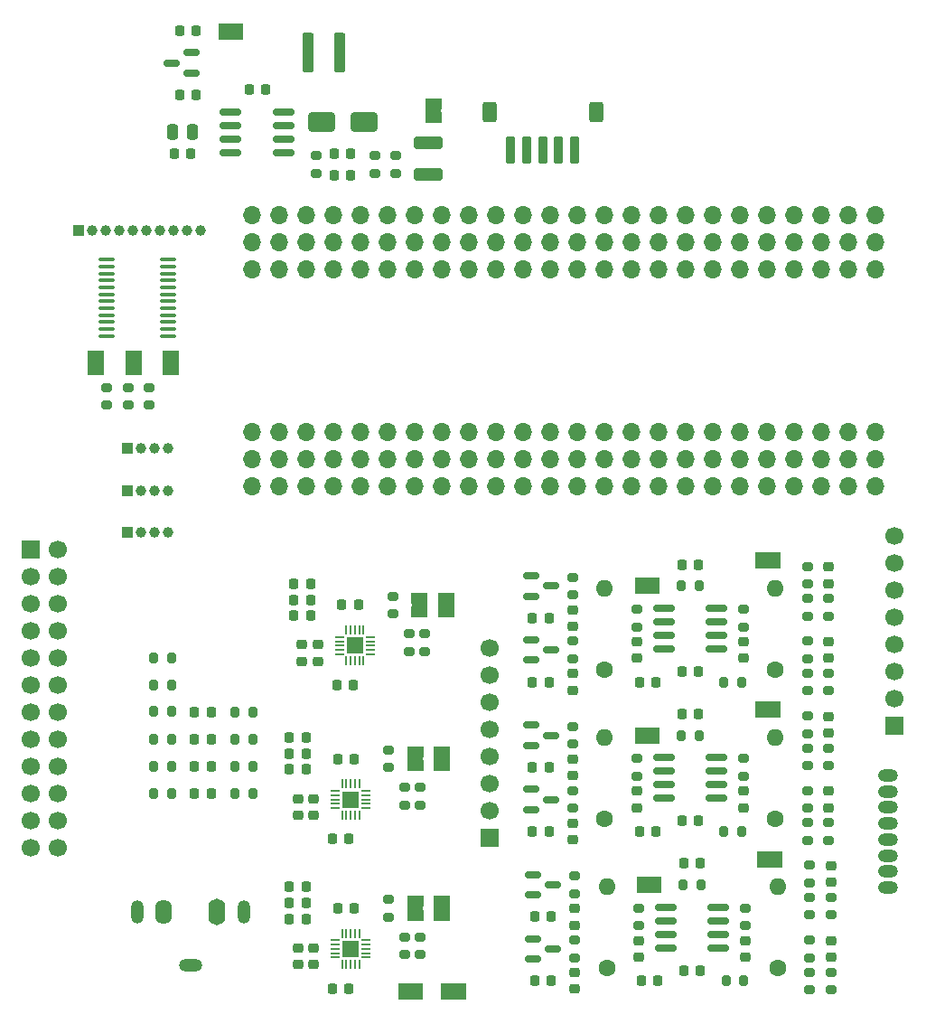
<source format=gbr>
%TF.GenerationSoftware,KiCad,Pcbnew,9.0.1*%
%TF.CreationDate,2025-05-02T15:15:57+01:00*%
%TF.ProjectId,body2,626f6479-322e-46b6-9963-61645f706362,rev?*%
%TF.SameCoordinates,Original*%
%TF.FileFunction,Soldermask,Top*%
%TF.FilePolarity,Negative*%
%FSLAX46Y46*%
G04 Gerber Fmt 4.6, Leading zero omitted, Abs format (unit mm)*
G04 Created by KiCad (PCBNEW 9.0.1) date 2025-05-02 15:15:57*
%MOMM*%
%LPD*%
G01*
G04 APERTURE LIST*
G04 Aperture macros list*
%AMRoundRect*
0 Rectangle with rounded corners*
0 $1 Rounding radius*
0 $2 $3 $4 $5 $6 $7 $8 $9 X,Y pos of 4 corners*
0 Add a 4 corners polygon primitive as box body*
4,1,4,$2,$3,$4,$5,$6,$7,$8,$9,$2,$3,0*
0 Add four circle primitives for the rounded corners*
1,1,$1+$1,$2,$3*
1,1,$1+$1,$4,$5*
1,1,$1+$1,$6,$7*
1,1,$1+$1,$8,$9*
0 Add four rect primitives between the rounded corners*
20,1,$1+$1,$2,$3,$4,$5,0*
20,1,$1+$1,$4,$5,$6,$7,0*
20,1,$1+$1,$6,$7,$8,$9,0*
20,1,$1+$1,$8,$9,$2,$3,0*%
G04 Aperture macros list end*
%ADD10RoundRect,0.225000X-0.225000X-0.250000X0.225000X-0.250000X0.225000X0.250000X-0.225000X0.250000X0*%
%ADD11RoundRect,0.200000X-0.200000X-0.275000X0.200000X-0.275000X0.200000X0.275000X-0.200000X0.275000X0*%
%ADD12RoundRect,0.225000X-0.250000X0.225000X-0.250000X-0.225000X0.250000X-0.225000X0.250000X0.225000X0*%
%ADD13RoundRect,0.200000X0.275000X-0.200000X0.275000X0.200000X-0.275000X0.200000X-0.275000X-0.200000X0*%
%ADD14R,1.500000X1.000000*%
%ADD15RoundRect,0.225000X0.225000X0.250000X-0.225000X0.250000X-0.225000X-0.250000X0.225000X-0.250000X0*%
%ADD16RoundRect,0.250000X0.250000X0.475000X-0.250000X0.475000X-0.250000X-0.475000X0.250000X-0.475000X0*%
%ADD17RoundRect,0.150000X-0.587500X-0.150000X0.587500X-0.150000X0.587500X0.150000X-0.587500X0.150000X0*%
%ADD18RoundRect,0.200000X0.200000X0.275000X-0.200000X0.275000X-0.200000X-0.275000X0.200000X-0.275000X0*%
%ADD19R,1.000000X1.500000*%
%ADD20R,1.000000X1.000000*%
%ADD21C,1.000000*%
%ADD22RoundRect,0.200000X-0.275000X0.200000X-0.275000X-0.200000X0.275000X-0.200000X0.275000X0.200000X0*%
%ADD23RoundRect,0.218750X0.218750X0.256250X-0.218750X0.256250X-0.218750X-0.256250X0.218750X-0.256250X0*%
%ADD24RoundRect,0.225000X0.250000X-0.225000X0.250000X0.225000X-0.250000X0.225000X-0.250000X-0.225000X0*%
%ADD25RoundRect,0.250000X-1.100000X0.325000X-1.100000X-0.325000X1.100000X-0.325000X1.100000X0.325000X0*%
%ADD26C,1.600000*%
%ADD27O,1.600000X1.600000*%
%ADD28RoundRect,0.150000X-0.825000X-0.150000X0.825000X-0.150000X0.825000X0.150000X-0.825000X0.150000X0*%
%ADD29O,1.700000X1.700000*%
%ADD30RoundRect,0.050000X-0.375000X-0.050000X0.375000X-0.050000X0.375000X0.050000X-0.375000X0.050000X0*%
%ADD31RoundRect,0.050000X-0.050000X-0.375000X0.050000X-0.375000X0.050000X0.375000X-0.050000X0.375000X0*%
%ADD32R,1.650000X1.650000*%
%ADD33RoundRect,0.150000X0.587500X0.150000X-0.587500X0.150000X-0.587500X-0.150000X0.587500X-0.150000X0*%
%ADD34O,1.200000X2.200000*%
%ADD35O,1.600000X2.300000*%
%ADD36O,2.200000X1.200000*%
%ADD37O,1.600000X2.500000*%
%ADD38RoundRect,0.100000X-0.637500X-0.100000X0.637500X-0.100000X0.637500X0.100000X-0.637500X0.100000X0*%
%ADD39R,1.700000X1.700000*%
%ADD40C,1.700000*%
%ADD41O,1.870000X1.170000*%
%ADD42RoundRect,0.250000X-1.000000X-0.650000X1.000000X-0.650000X1.000000X0.650000X-1.000000X0.650000X0*%
%ADD43RoundRect,0.250000X-0.300000X-1.600000X0.300000X-1.600000X0.300000X1.600000X-0.300000X1.600000X0*%
%ADD44RoundRect,0.212500X0.212500X1.087500X-0.212500X1.087500X-0.212500X-1.087500X0.212500X-1.087500X0*%
%ADD45RoundRect,0.216667X0.433333X0.733333X-0.433333X0.733333X-0.433333X-0.733333X0.433333X-0.733333X0*%
G04 APERTURE END LIST*
%TO.C,JP19*%
G36*
X141000000Y-60650000D02*
G01*
X142500000Y-60650000D01*
X142500000Y-60350000D01*
X141000000Y-60350000D01*
X141000000Y-60650000D01*
G37*
%TO.C,JP2*%
G36*
X114437500Y-83924999D02*
G01*
X112937500Y-83924999D01*
X112937500Y-84224999D01*
X114437500Y-84224999D01*
X114437500Y-83924999D01*
G37*
%TO.C,JP11*%
G36*
X173125000Y-129850000D02*
G01*
X173425000Y-129850000D01*
X173425000Y-131350000D01*
X173125000Y-131350000D01*
X173125000Y-129850000D01*
G37*
%TO.C,JP12*%
G36*
X139710000Y-106940000D02*
G01*
X141210000Y-106940000D01*
X141210000Y-106640000D01*
X139710000Y-106640000D01*
X139710000Y-106940000D01*
G37*
%TO.C,JP18*%
G36*
X122600000Y-52350000D02*
G01*
X122900000Y-52350000D01*
X122900000Y-53850000D01*
X122600000Y-53850000D01*
X122600000Y-52350000D01*
G37*
%TO.C,JP6*%
G36*
X161675000Y-104250000D02*
G01*
X161975000Y-104250000D01*
X161975000Y-105750000D01*
X161675000Y-105750000D01*
X161675000Y-104250000D01*
G37*
%TO.C,JP4*%
G36*
X143500000Y-142250000D02*
G01*
X143800000Y-142250000D01*
X143800000Y-143750000D01*
X143500000Y-143750000D01*
X143500000Y-142250000D01*
G37*
%TO.C,JP16*%
G36*
X139300000Y-135350000D02*
G01*
X140800000Y-135350000D01*
X140800000Y-135050000D01*
X139300000Y-135050000D01*
X139300000Y-135350000D01*
G37*
%TO.C,JP17*%
G36*
X141800000Y-135350000D02*
G01*
X143300000Y-135350000D01*
X143300000Y-135050000D01*
X141800000Y-135050000D01*
X141800000Y-135350000D01*
G37*
%TO.C,JP7*%
G36*
X172950000Y-101850000D02*
G01*
X173250000Y-101850000D01*
X173250000Y-103350000D01*
X172950000Y-103350000D01*
X172950000Y-101850000D01*
G37*
%TO.C,JP5*%
G36*
X139500000Y-142250000D02*
G01*
X139800000Y-142250000D01*
X139800000Y-143750000D01*
X139500000Y-143750000D01*
X139500000Y-142250000D01*
G37*
%TO.C,JP14*%
G36*
X139300000Y-121350000D02*
G01*
X140800000Y-121350000D01*
X140800000Y-121050000D01*
X139300000Y-121050000D01*
X139300000Y-121350000D01*
G37*
%TO.C,JP3*%
G36*
X117887500Y-83924999D02*
G01*
X116387500Y-83924999D01*
X116387500Y-84224999D01*
X117887500Y-84224999D01*
X117887500Y-83924999D01*
G37*
%TO.C,JP1*%
G36*
X110887500Y-83925000D02*
G01*
X109387500Y-83925000D01*
X109387500Y-84225000D01*
X110887500Y-84225000D01*
X110887500Y-83925000D01*
G37*
%TO.C,JP9*%
G36*
X172950000Y-115850000D02*
G01*
X173250000Y-115850000D01*
X173250000Y-117350000D01*
X172950000Y-117350000D01*
X172950000Y-115850000D01*
G37*
%TO.C,JP8*%
G36*
X161675000Y-118250000D02*
G01*
X161975000Y-118250000D01*
X161975000Y-119750000D01*
X161675000Y-119750000D01*
X161675000Y-118250000D01*
G37*
%TO.C,JP13*%
G36*
X142210000Y-106940000D02*
G01*
X143710000Y-106940000D01*
X143710000Y-106640000D01*
X142210000Y-106640000D01*
X142210000Y-106940000D01*
G37*
%TO.C,JP15*%
G36*
X141800000Y-121350000D02*
G01*
X143300000Y-121350000D01*
X143300000Y-121050000D01*
X141800000Y-121050000D01*
X141800000Y-121350000D01*
G37*
%TO.C,JP10*%
G36*
X161850000Y-132250000D02*
G01*
X162150000Y-132250000D01*
X162150000Y-133750000D01*
X161850000Y-133750000D01*
X161850000Y-132250000D01*
G37*
%TD*%
D10*
%TO.C,C26*%
X151050000Y-128000000D03*
X152600000Y-128000000D03*
%TD*%
D11*
%TO.C,R10*%
X115570000Y-116760000D03*
X117220000Y-116760000D03*
%TD*%
D12*
%TO.C,C13*%
X154825000Y-113225000D03*
X154825000Y-114775000D03*
%TD*%
D13*
%TO.C,R57*%
X140960000Y-111115000D03*
X140960000Y-109465000D03*
%TD*%
D14*
%TO.C,JP19*%
X141750000Y-61150000D03*
X141750000Y-59850000D03*
%TD*%
D15*
%TO.C,C39*%
X130235000Y-107790000D03*
X128685000Y-107790000D03*
%TD*%
D16*
%TO.C,C56*%
X119200000Y-62500000D03*
X117300000Y-62500000D03*
%TD*%
D10*
%TO.C,C11*%
X165050000Y-113000000D03*
X166600000Y-113000000D03*
%TD*%
D14*
%TO.C,JP2*%
X113687500Y-83424999D03*
X113687500Y-84724999D03*
%TD*%
D17*
%TO.C,D5*%
X151062500Y-132050000D03*
X151062500Y-133950000D03*
X152937500Y-133000000D03*
%TD*%
D15*
%TO.C,C44*%
X129825000Y-120700000D03*
X128275000Y-120700000D03*
%TD*%
D18*
%TO.C,R20*%
X166650000Y-105000000D03*
X165000000Y-105000000D03*
%TD*%
D17*
%TO.C,D4*%
X150887500Y-124050000D03*
X150887500Y-125950000D03*
X152762500Y-125000000D03*
%TD*%
D10*
%TO.C,C33*%
X165225000Y-141000000D03*
X166775000Y-141000000D03*
%TD*%
%TO.C,C41*%
X132685000Y-114290000D03*
X134235000Y-114290000D03*
%TD*%
D19*
%TO.C,JP11*%
X172625000Y-130600000D03*
X173925000Y-130600000D03*
%TD*%
D18*
%TO.C,R2*%
X117220000Y-114300000D03*
X115570000Y-114300000D03*
%TD*%
D13*
%TO.C,R59*%
X139050000Y-125525000D03*
X139050000Y-123875000D03*
%TD*%
D20*
%TO.C,J10*%
X113100000Y-99975000D03*
D21*
X114370000Y-99975000D03*
X115640000Y-99975000D03*
X116910000Y-99975000D03*
%TD*%
D12*
%TO.C,C9*%
X160825000Y-110225000D03*
X160825000Y-111775000D03*
%TD*%
D13*
%TO.C,R25*%
X170825000Y-108825000D03*
X170825000Y-107175000D03*
%TD*%
D11*
%TO.C,R35*%
X169000000Y-128000000D03*
X170650000Y-128000000D03*
%TD*%
D10*
%TO.C,C8*%
X161050000Y-114000000D03*
X162600000Y-114000000D03*
%TD*%
D14*
%TO.C,JP12*%
X140460000Y-107440000D03*
X140460000Y-106140000D03*
%TD*%
D20*
%TO.C,J9*%
X113100000Y-96075000D03*
D21*
X114370000Y-96075000D03*
X115640000Y-96075000D03*
X116910000Y-96075000D03*
%TD*%
D12*
%TO.C,C54*%
X129050000Y-138925000D03*
X129050000Y-140475000D03*
%TD*%
D19*
%TO.C,JP18*%
X122100000Y-53100000D03*
X123400000Y-53100000D03*
%TD*%
D10*
%TO.C,C30*%
X161225000Y-142000000D03*
X162775000Y-142000000D03*
%TD*%
D13*
%TO.C,R5*%
X115137500Y-88075000D03*
X115137500Y-86425000D03*
%TD*%
D22*
%TO.C,R43*%
X179000000Y-141175000D03*
X179000000Y-142825000D03*
%TD*%
D13*
%TO.C,R41*%
X154825000Y-125825000D03*
X154825000Y-124175000D03*
%TD*%
D19*
%TO.C,JP6*%
X161175000Y-105000000D03*
X162475000Y-105000000D03*
%TD*%
D12*
%TO.C,C43*%
X130960000Y-110515000D03*
X130960000Y-112065000D03*
%TD*%
D23*
%TO.C,FB3*%
X129837500Y-133200000D03*
X128262500Y-133200000D03*
%TD*%
D19*
%TO.C,JP4*%
X143000000Y-143000000D03*
X144300000Y-143000000D03*
%TD*%
D15*
%TO.C,C57*%
X126025000Y-58500000D03*
X124475000Y-58500000D03*
%TD*%
%TO.C,C60*%
X119525000Y-59000000D03*
X117975000Y-59000000D03*
%TD*%
D10*
%TO.C,C7*%
X165050000Y-103000000D03*
X166600000Y-103000000D03*
%TD*%
%TO.C,C14*%
X151050000Y-108000000D03*
X152600000Y-108000000D03*
%TD*%
D24*
%TO.C,C17*%
X178825000Y-125775000D03*
X178825000Y-124225000D03*
%TD*%
%TO.C,C27*%
X179000000Y-132775000D03*
X179000000Y-131225000D03*
%TD*%
D17*
%TO.C,D1*%
X150887500Y-104050000D03*
X150887500Y-105950000D03*
X152762500Y-105000000D03*
%TD*%
D25*
%TO.C,C63*%
X141250000Y-63525000D03*
X141250000Y-66475000D03*
%TD*%
D13*
%TO.C,R40*%
X154825000Y-119825000D03*
X154825000Y-118175000D03*
%TD*%
D11*
%TO.C,R13*%
X115570000Y-124460000D03*
X117220000Y-124460000D03*
%TD*%
D12*
%TO.C,C49*%
X130550000Y-124925000D03*
X130550000Y-126475000D03*
%TD*%
D26*
%TO.C,R38*%
X173825000Y-126810000D03*
D27*
X173825000Y-119190000D03*
%TD*%
D17*
%TO.C,D6*%
X151062500Y-138050000D03*
X151062500Y-139950000D03*
X152937500Y-139000000D03*
%TD*%
D11*
%TO.C,R11*%
X115570000Y-119380000D03*
X117220000Y-119380000D03*
%TD*%
D15*
%TO.C,C2*%
X120930000Y-119380000D03*
X119380000Y-119380000D03*
%TD*%
D12*
%TO.C,C48*%
X129050000Y-124925000D03*
X129050000Y-126475000D03*
%TD*%
D18*
%TO.C,R8*%
X124840000Y-116840000D03*
X123190000Y-116840000D03*
%TD*%
D11*
%TO.C,R12*%
X115570000Y-121920000D03*
X117220000Y-121920000D03*
%TD*%
D22*
%TO.C,R45*%
X177000000Y-134175000D03*
X177000000Y-135825000D03*
%TD*%
D26*
%TO.C,R52*%
X174000000Y-140810000D03*
D27*
X174000000Y-133190000D03*
%TD*%
D22*
%TO.C,R18*%
X176825000Y-110175000D03*
X176825000Y-111825000D03*
%TD*%
D17*
%TO.C,D2*%
X150887500Y-110050000D03*
X150887500Y-111950000D03*
X152762500Y-111000000D03*
%TD*%
D14*
%TO.C,JP16*%
X140050000Y-135850000D03*
X140050000Y-134550000D03*
%TD*%
D22*
%TO.C,R47*%
X177000000Y-141175000D03*
X177000000Y-142825000D03*
%TD*%
D26*
%TO.C,R50*%
X158000000Y-140810000D03*
D27*
X158000000Y-133190000D03*
%TD*%
D14*
%TO.C,JP17*%
X142550000Y-135850000D03*
X142550000Y-134550000D03*
%TD*%
D12*
%TO.C,C34*%
X155000000Y-135225000D03*
X155000000Y-136775000D03*
%TD*%
D28*
%TO.C,U3*%
X163350000Y-107095000D03*
X163350000Y-108365000D03*
X163350000Y-109635000D03*
X163350000Y-110905000D03*
X168300000Y-110905000D03*
X168300000Y-109635000D03*
X168300000Y-108365000D03*
X168300000Y-107095000D03*
%TD*%
D13*
%TO.C,R23*%
X160825000Y-108825000D03*
X160825000Y-107175000D03*
%TD*%
D29*
%TO.C,U1*%
X183210000Y-75380000D03*
X183210000Y-72840000D03*
X183210000Y-70300000D03*
X180670000Y-75380000D03*
X180670000Y-72840000D03*
X180670000Y-70300000D03*
X178130000Y-75380000D03*
X178130000Y-72840000D03*
X178130000Y-70300000D03*
X175590000Y-75380000D03*
X175590000Y-72840000D03*
X175590000Y-70300000D03*
X173050000Y-75380000D03*
X173050000Y-72840000D03*
X173050000Y-70300000D03*
X170510000Y-75380000D03*
X170510000Y-72840000D03*
X170510000Y-70300000D03*
X167970000Y-75380000D03*
X167970000Y-72840000D03*
X167970000Y-70300000D03*
X165430000Y-75380000D03*
X165430000Y-72840000D03*
X165430000Y-70300000D03*
X162890000Y-75380000D03*
X162890000Y-72840000D03*
X162890000Y-70300000D03*
X160350000Y-75380000D03*
X160350000Y-72840000D03*
X160350000Y-70300000D03*
X157810000Y-75380000D03*
X157810000Y-72840000D03*
X157810000Y-70300000D03*
X155270000Y-75380000D03*
X155270000Y-72840000D03*
X155270000Y-70300000D03*
X152730000Y-75380000D03*
X152730000Y-72840000D03*
X152730000Y-70300000D03*
X150190000Y-75380000D03*
X150190000Y-72840000D03*
X150190000Y-70300000D03*
X147650000Y-75380000D03*
X147650000Y-72840000D03*
X147650000Y-70300000D03*
X145110000Y-75380000D03*
X145110000Y-72840000D03*
X145110000Y-70300000D03*
X142570000Y-75380000D03*
X142570000Y-72840000D03*
X142570000Y-70300000D03*
X140030000Y-75380000D03*
X140030000Y-72840000D03*
X140030000Y-70300000D03*
X137490000Y-75380000D03*
X137490000Y-72840000D03*
X137490000Y-70300000D03*
X134950000Y-75380000D03*
X134950000Y-72840000D03*
X134950000Y-70300000D03*
X132410000Y-75380000D03*
X132410000Y-72840000D03*
X132410000Y-70300000D03*
X129870000Y-75380000D03*
X129870000Y-72840000D03*
X129870000Y-70300000D03*
X127330000Y-75380000D03*
X127330000Y-72840000D03*
X127330000Y-70300000D03*
X124790000Y-75380000D03*
X124790000Y-72840000D03*
X124790000Y-70300000D03*
X124790000Y-95700000D03*
X124790000Y-93160000D03*
X124790000Y-90620000D03*
X127330000Y-95700000D03*
X127330000Y-93160000D03*
X127330000Y-90620000D03*
X129870000Y-95700000D03*
X129870000Y-93160000D03*
X129870000Y-90620000D03*
X132410000Y-95700000D03*
X132410000Y-93160000D03*
X132410000Y-90620000D03*
X134950000Y-95700000D03*
X134950000Y-93160000D03*
X134950000Y-90620000D03*
X137490000Y-95700000D03*
X137490000Y-93160000D03*
X137490000Y-90620000D03*
X140030000Y-95700000D03*
X140030000Y-93160000D03*
X140030000Y-90620000D03*
X142570000Y-95700000D03*
X142570000Y-93160000D03*
X142570000Y-90620000D03*
X145110000Y-95700000D03*
X145110000Y-93160000D03*
X145110000Y-90620000D03*
X147650000Y-95700000D03*
X147650000Y-93160000D03*
X147650000Y-90620000D03*
X150190000Y-95700000D03*
X150190000Y-93160000D03*
X150190000Y-90620000D03*
X152730000Y-95700000D03*
X152730000Y-93160000D03*
X152730000Y-90620000D03*
X155270000Y-95700000D03*
X155270000Y-93160000D03*
X155270000Y-90620000D03*
X157810000Y-95700000D03*
X157810000Y-93160000D03*
X157810000Y-90620000D03*
X160350000Y-95700000D03*
X160350000Y-93160000D03*
X160350000Y-90620000D03*
X162890000Y-95700000D03*
X162890000Y-93160000D03*
X162890000Y-90620000D03*
X165430000Y-95700000D03*
X165430000Y-93160000D03*
X165430000Y-90620000D03*
X167970000Y-95700000D03*
X167970000Y-93160000D03*
X167970000Y-90620000D03*
X170510000Y-95700000D03*
X170510000Y-93160000D03*
X170510000Y-90620000D03*
X173050000Y-95700000D03*
X173050000Y-93160000D03*
X173050000Y-90620000D03*
X175590000Y-95700000D03*
X175590000Y-93160000D03*
X175590000Y-90620000D03*
X178130000Y-95700000D03*
X178130000Y-93160000D03*
X178130000Y-90620000D03*
X180670000Y-95700000D03*
X180670000Y-93160000D03*
X180670000Y-90620000D03*
X183210000Y-95700000D03*
X183210000Y-93160000D03*
X183210000Y-90620000D03*
%TD*%
D24*
%TO.C,C16*%
X178825000Y-118775000D03*
X178825000Y-117225000D03*
%TD*%
D22*
%TO.C,R30*%
X176825000Y-117175000D03*
X176825000Y-118825000D03*
%TD*%
%TO.C,R44*%
X177000000Y-131175000D03*
X177000000Y-132825000D03*
%TD*%
D30*
%TO.C,U6*%
X132960000Y-109790000D03*
X132960000Y-110190000D03*
X132960000Y-110590000D03*
X132960000Y-110990000D03*
X132960000Y-111390000D03*
D31*
X133610000Y-112040000D03*
X134010000Y-112040000D03*
X134410000Y-112040000D03*
X134810000Y-112040000D03*
X135210000Y-112040000D03*
D30*
X135860000Y-111390000D03*
X135860000Y-110990000D03*
X135860000Y-110590000D03*
X135860000Y-110190000D03*
X135860000Y-109790000D03*
D31*
X135210000Y-109140000D03*
X134810000Y-109140000D03*
X134410000Y-109140000D03*
X134010000Y-109140000D03*
X133610000Y-109140000D03*
D32*
X134410000Y-110590000D03*
%TD*%
D15*
%TO.C,C62*%
X119525000Y-53000000D03*
X117975000Y-53000000D03*
%TD*%
D13*
%TO.C,R62*%
X139050000Y-139525000D03*
X139050000Y-137875000D03*
%TD*%
D10*
%TO.C,C46*%
X132775000Y-121200000D03*
X134325000Y-121200000D03*
%TD*%
%TO.C,C29*%
X165225000Y-131000000D03*
X166775000Y-131000000D03*
%TD*%
D22*
%TO.C,R65*%
X130750000Y-64675000D03*
X130750000Y-66325000D03*
%TD*%
D10*
%TO.C,C59*%
X132475000Y-66500000D03*
X134025000Y-66500000D03*
%TD*%
D18*
%TO.C,R48*%
X166825000Y-133000000D03*
X165175000Y-133000000D03*
%TD*%
D17*
%TO.C,D3*%
X150887500Y-118050000D03*
X150887500Y-119950000D03*
X152762500Y-119000000D03*
%TD*%
D13*
%TO.C,R63*%
X140550000Y-139525000D03*
X140550000Y-137875000D03*
%TD*%
D15*
%TO.C,C51*%
X129825000Y-136200000D03*
X128275000Y-136200000D03*
%TD*%
D10*
%TO.C,C53*%
X132275000Y-142700000D03*
X133825000Y-142700000D03*
%TD*%
D11*
%TO.C,R49*%
X169175000Y-142000000D03*
X170825000Y-142000000D03*
%TD*%
D33*
%TO.C,U10*%
X119125000Y-56950000D03*
X119125000Y-55050000D03*
X117250000Y-56000000D03*
%TD*%
D24*
%TO.C,C5*%
X178825000Y-104775000D03*
X178825000Y-103225000D03*
%TD*%
D13*
%TO.C,R60*%
X140550000Y-125525000D03*
X140550000Y-123875000D03*
%TD*%
D12*
%TO.C,C21*%
X170825000Y-124225000D03*
X170825000Y-125775000D03*
%TD*%
D19*
%TO.C,JP7*%
X172450000Y-102600000D03*
X173750000Y-102600000D03*
%TD*%
D13*
%TO.C,R39*%
X170825000Y-122825000D03*
X170825000Y-121175000D03*
%TD*%
D22*
%TO.C,R15*%
X178825000Y-113175000D03*
X178825000Y-114825000D03*
%TD*%
D18*
%TO.C,R6*%
X124840000Y-119380000D03*
X123190000Y-119380000D03*
%TD*%
%TO.C,R7*%
X124840000Y-124460000D03*
X123190000Y-124460000D03*
%TD*%
D20*
%TO.C,J8*%
X113100000Y-92075000D03*
D21*
X114370000Y-92075000D03*
X115640000Y-92075000D03*
X116910000Y-92075000D03*
%TD*%
D13*
%TO.C,R37*%
X160825000Y-122825000D03*
X160825000Y-121175000D03*
%TD*%
D22*
%TO.C,R66*%
X138250000Y-64675000D03*
X138250000Y-66325000D03*
%TD*%
D10*
%TO.C,C52*%
X132775000Y-135200000D03*
X134325000Y-135200000D03*
%TD*%
D34*
%TO.C,J7*%
X114000000Y-135500000D03*
D35*
X116500000Y-135500000D03*
D36*
X119000000Y-140500000D03*
D34*
X124000000Y-135500000D03*
D37*
X121500000Y-135500000D03*
%TD*%
D22*
%TO.C,R31*%
X176825000Y-120175000D03*
X176825000Y-121825000D03*
%TD*%
D19*
%TO.C,JP5*%
X139000000Y-143000000D03*
X140300000Y-143000000D03*
%TD*%
D23*
%TO.C,FB1*%
X130247500Y-104790000D03*
X128672500Y-104790000D03*
%TD*%
D13*
%TO.C,R58*%
X137960000Y-107615000D03*
X137960000Y-105965000D03*
%TD*%
D22*
%TO.C,R46*%
X177000000Y-138175000D03*
X177000000Y-139825000D03*
%TD*%
D10*
%TO.C,C47*%
X132275000Y-128700000D03*
X133825000Y-128700000D03*
%TD*%
D13*
%TO.C,R27*%
X154825000Y-111825000D03*
X154825000Y-110175000D03*
%TD*%
D22*
%TO.C,R33*%
X176825000Y-127175000D03*
X176825000Y-128825000D03*
%TD*%
D28*
%TO.C,U5*%
X163525000Y-135095000D03*
X163525000Y-136365000D03*
X163525000Y-137635000D03*
X163525000Y-138905000D03*
X168475000Y-138905000D03*
X168475000Y-137635000D03*
X168475000Y-136365000D03*
X168475000Y-135095000D03*
%TD*%
D15*
%TO.C,C50*%
X129825000Y-134700000D03*
X128275000Y-134700000D03*
%TD*%
D14*
%TO.C,JP14*%
X140050000Y-121850000D03*
X140050000Y-120550000D03*
%TD*%
D24*
%TO.C,C6*%
X178825000Y-111775000D03*
X178825000Y-110225000D03*
%TD*%
%TO.C,C28*%
X179000000Y-139775000D03*
X179000000Y-138225000D03*
%TD*%
D12*
%TO.C,C12*%
X154825000Y-107225000D03*
X154825000Y-108775000D03*
%TD*%
D10*
%TO.C,C19*%
X161050000Y-128000000D03*
X162600000Y-128000000D03*
%TD*%
D30*
%TO.C,U8*%
X132550000Y-138200000D03*
X132550000Y-138600000D03*
X132550000Y-139000000D03*
X132550000Y-139400000D03*
X132550000Y-139800000D03*
D31*
X133200000Y-140450000D03*
X133600000Y-140450000D03*
X134000000Y-140450000D03*
X134400000Y-140450000D03*
X134800000Y-140450000D03*
D30*
X135450000Y-139800000D03*
X135450000Y-139400000D03*
X135450000Y-139000000D03*
X135450000Y-138600000D03*
X135450000Y-138200000D03*
D31*
X134800000Y-137550000D03*
X134400000Y-137550000D03*
X134000000Y-137550000D03*
X133600000Y-137550000D03*
X133200000Y-137550000D03*
D32*
X134000000Y-139000000D03*
%TD*%
D22*
%TO.C,R17*%
X176825000Y-106175000D03*
X176825000Y-107825000D03*
%TD*%
D14*
%TO.C,JP3*%
X117137500Y-83424999D03*
X117137500Y-84724999D03*
%TD*%
D20*
%TO.C,J3*%
X108517500Y-71725000D03*
D21*
X109787500Y-71725000D03*
X111057500Y-71725000D03*
X112327500Y-71725000D03*
X113597500Y-71725000D03*
X114867500Y-71725000D03*
X116137500Y-71725000D03*
X117407500Y-71725000D03*
X118677500Y-71725000D03*
X119947500Y-71725000D03*
%TD*%
D12*
%TO.C,C31*%
X161000000Y-138225000D03*
X161000000Y-139775000D03*
%TD*%
D10*
%TO.C,C36*%
X151225000Y-136000000D03*
X152775000Y-136000000D03*
%TD*%
%TO.C,C25*%
X151050000Y-122000000D03*
X152600000Y-122000000D03*
%TD*%
D14*
%TO.C,JP1*%
X110137500Y-83425000D03*
X110137500Y-84725000D03*
%TD*%
D10*
%TO.C,C18*%
X165050000Y-117000000D03*
X166600000Y-117000000D03*
%TD*%
D22*
%TO.C,R32*%
X176825000Y-124175000D03*
X176825000Y-125825000D03*
%TD*%
D12*
%TO.C,C42*%
X129460000Y-110515000D03*
X129460000Y-112065000D03*
%TD*%
D22*
%TO.C,R29*%
X178825000Y-127175000D03*
X178825000Y-128825000D03*
%TD*%
D28*
%TO.C,U4*%
X163350000Y-121095000D03*
X163350000Y-122365000D03*
X163350000Y-123635000D03*
X163350000Y-124905000D03*
X168300000Y-124905000D03*
X168300000Y-123635000D03*
X168300000Y-122365000D03*
X168300000Y-121095000D03*
%TD*%
D10*
%TO.C,C22*%
X165050000Y-127000000D03*
X166600000Y-127000000D03*
%TD*%
D26*
%TO.C,R24*%
X173825000Y-112810000D03*
D27*
X173825000Y-105190000D03*
%TD*%
D19*
%TO.C,JP9*%
X172450000Y-116600000D03*
X173750000Y-116600000D03*
%TD*%
D12*
%TO.C,C32*%
X171000000Y-138225000D03*
X171000000Y-139775000D03*
%TD*%
D28*
%TO.C,U9*%
X122775000Y-60595000D03*
X122775000Y-61865000D03*
X122775000Y-63135000D03*
X122775000Y-64405000D03*
X127725000Y-64405000D03*
X127725000Y-63135000D03*
X127725000Y-61865000D03*
X127725000Y-60595000D03*
%TD*%
D15*
%TO.C,C45*%
X129825000Y-122200000D03*
X128275000Y-122200000D03*
%TD*%
D22*
%TO.C,R14*%
X178825000Y-106175000D03*
X178825000Y-107825000D03*
%TD*%
D19*
%TO.C,JP8*%
X161175000Y-119000000D03*
X162475000Y-119000000D03*
%TD*%
D10*
%TO.C,C37*%
X151225000Y-142000000D03*
X152775000Y-142000000D03*
%TD*%
D15*
%TO.C,C38*%
X130235000Y-106290000D03*
X128685000Y-106290000D03*
%TD*%
D10*
%TO.C,C40*%
X133185000Y-106790000D03*
X134735000Y-106790000D03*
%TD*%
D11*
%TO.C,R21*%
X169000000Y-114000000D03*
X170650000Y-114000000D03*
%TD*%
D12*
%TO.C,C23*%
X154825000Y-121225000D03*
X154825000Y-122775000D03*
%TD*%
D18*
%TO.C,R1*%
X117220000Y-111760000D03*
X115570000Y-111760000D03*
%TD*%
D15*
%TO.C,C3*%
X120930000Y-121920000D03*
X119380000Y-121920000D03*
%TD*%
D18*
%TO.C,R9*%
X124840000Y-121920000D03*
X123190000Y-121920000D03*
%TD*%
D38*
%TO.C,U2*%
X111137500Y-74425000D03*
X111137500Y-75075000D03*
X111137500Y-75725000D03*
X111137500Y-76375000D03*
X111137500Y-77025000D03*
X111137500Y-77675000D03*
X111137500Y-78325000D03*
X111137500Y-78975000D03*
X111137500Y-79625000D03*
X111137500Y-80275000D03*
X111137500Y-80925000D03*
X111137500Y-81575000D03*
X116862500Y-81575000D03*
X116862500Y-80925000D03*
X116862500Y-80275000D03*
X116862500Y-79625000D03*
X116862500Y-78975000D03*
X116862500Y-78325000D03*
X116862500Y-77675000D03*
X116862500Y-77025000D03*
X116862500Y-76375000D03*
X116862500Y-75725000D03*
X116862500Y-75075000D03*
X116862500Y-74425000D03*
%TD*%
D13*
%TO.C,R53*%
X171000000Y-136825000D03*
X171000000Y-135175000D03*
%TD*%
D26*
%TO.C,R22*%
X157825000Y-112810000D03*
D27*
X157825000Y-105190000D03*
%TD*%
D12*
%TO.C,C35*%
X155000000Y-141225000D03*
X155000000Y-142775000D03*
%TD*%
D13*
%TO.C,R26*%
X154825000Y-105825000D03*
X154825000Y-104175000D03*
%TD*%
D10*
%TO.C,C1*%
X119380000Y-116840000D03*
X120930000Y-116840000D03*
%TD*%
D18*
%TO.C,R34*%
X166650000Y-119000000D03*
X165000000Y-119000000D03*
%TD*%
D14*
%TO.C,JP13*%
X142960000Y-107440000D03*
X142960000Y-106140000D03*
%TD*%
D39*
%TO.C,J2*%
X104060000Y-101600000D03*
D40*
X106600000Y-101600000D03*
X104060000Y-104140000D03*
X106600000Y-104140000D03*
X104060000Y-106680000D03*
X106600000Y-106680000D03*
X104060000Y-109220000D03*
X106600000Y-109220000D03*
X104060000Y-111760000D03*
X106600000Y-111760000D03*
X104060000Y-114300000D03*
X106600000Y-114300000D03*
X104060000Y-116840000D03*
X106600000Y-116840000D03*
X104060000Y-119380000D03*
X106600000Y-119380000D03*
X104060000Y-121920000D03*
X106600000Y-121920000D03*
X104060000Y-124460000D03*
X106600000Y-124460000D03*
X104060000Y-127000000D03*
X106600000Y-127000000D03*
X104060000Y-129540000D03*
X106600000Y-129540000D03*
%TD*%
D13*
%TO.C,R61*%
X137550000Y-122025000D03*
X137550000Y-120375000D03*
%TD*%
D10*
%TO.C,C61*%
X132475000Y-64500000D03*
X134025000Y-64500000D03*
%TD*%
D30*
%TO.C,U7*%
X132550000Y-124200000D03*
X132550000Y-124600000D03*
X132550000Y-125000000D03*
X132550000Y-125400000D03*
X132550000Y-125800000D03*
D31*
X133200000Y-126450000D03*
X133600000Y-126450000D03*
X134000000Y-126450000D03*
X134400000Y-126450000D03*
X134800000Y-126450000D03*
D30*
X135450000Y-125800000D03*
X135450000Y-125400000D03*
X135450000Y-125000000D03*
X135450000Y-124600000D03*
X135450000Y-124200000D03*
D31*
X134800000Y-123550000D03*
X134400000Y-123550000D03*
X134000000Y-123550000D03*
X133600000Y-123550000D03*
X133200000Y-123550000D03*
D32*
X134000000Y-125000000D03*
%TD*%
D26*
%TO.C,R36*%
X157825000Y-126810000D03*
D27*
X157825000Y-119190000D03*
%TD*%
D12*
%TO.C,C10*%
X170825000Y-110225000D03*
X170825000Y-111775000D03*
%TD*%
D13*
%TO.C,R56*%
X139460000Y-111115000D03*
X139460000Y-109465000D03*
%TD*%
D10*
%TO.C,C15*%
X151050000Y-114000000D03*
X152600000Y-114000000D03*
%TD*%
D22*
%TO.C,R19*%
X176825000Y-113175000D03*
X176825000Y-114825000D03*
%TD*%
D23*
%TO.C,FB2*%
X129837500Y-119200000D03*
X128262500Y-119200000D03*
%TD*%
D15*
%TO.C,C58*%
X119025000Y-64500000D03*
X117475000Y-64500000D03*
%TD*%
D41*
%TO.C,J5*%
X184400000Y-133250000D03*
X184400000Y-131750000D03*
X184400000Y-130250000D03*
X184400000Y-128750000D03*
X184400000Y-127250000D03*
X184400000Y-125750000D03*
X184400000Y-124250000D03*
X184400000Y-122750000D03*
%TD*%
D13*
%TO.C,R54*%
X155000000Y-133825000D03*
X155000000Y-132175000D03*
%TD*%
%TO.C,R51*%
X161000000Y-136825000D03*
X161000000Y-135175000D03*
%TD*%
D12*
%TO.C,C55*%
X130550000Y-138925000D03*
X130550000Y-140475000D03*
%TD*%
D22*
%TO.C,R28*%
X178825000Y-120175000D03*
X178825000Y-121825000D03*
%TD*%
%TO.C,R16*%
X176825000Y-103175000D03*
X176825000Y-104825000D03*
%TD*%
%TO.C,R67*%
X136250000Y-64675000D03*
X136250000Y-66325000D03*
%TD*%
D42*
%TO.C,D7*%
X131250000Y-61500000D03*
X135250000Y-61500000D03*
%TD*%
D15*
%TO.C,C4*%
X120930000Y-124460000D03*
X119380000Y-124460000D03*
%TD*%
D22*
%TO.C,R42*%
X179000000Y-134175000D03*
X179000000Y-135825000D03*
%TD*%
D12*
%TO.C,C24*%
X154825000Y-127225000D03*
X154825000Y-128775000D03*
%TD*%
D14*
%TO.C,JP15*%
X142550000Y-121850000D03*
X142550000Y-120550000D03*
%TD*%
D13*
%TO.C,R3*%
X111137500Y-88075000D03*
X111137500Y-86425000D03*
%TD*%
%TO.C,R64*%
X137550000Y-136025000D03*
X137550000Y-134375000D03*
%TD*%
D39*
%TO.C,J4*%
X185000000Y-118080000D03*
D40*
X185000000Y-115540000D03*
X185000000Y-113000000D03*
X185000000Y-110460000D03*
X185000000Y-107920000D03*
X185000000Y-105380000D03*
X185000000Y-102840000D03*
X185000000Y-100300000D03*
%TD*%
D12*
%TO.C,C20*%
X160825000Y-124225000D03*
X160825000Y-125775000D03*
%TD*%
D19*
%TO.C,JP10*%
X161350000Y-133000000D03*
X162650000Y-133000000D03*
%TD*%
D13*
%TO.C,R4*%
X113137500Y-88075000D03*
X113137500Y-86425000D03*
%TD*%
D43*
%TO.C,L1*%
X130000000Y-55000000D03*
X133000000Y-55000000D03*
%TD*%
D44*
%TO.C,J1*%
X149000000Y-64200000D03*
X150500000Y-64200000D03*
X152000000Y-64200000D03*
X153500000Y-64200000D03*
X155000000Y-64200000D03*
D45*
X157000000Y-60600000D03*
X147000000Y-60600000D03*
%TD*%
D39*
%TO.C,J6*%
X147000000Y-128620000D03*
D40*
X147000000Y-126080000D03*
X147000000Y-123540000D03*
X147000000Y-121000000D03*
X147000000Y-118460000D03*
X147000000Y-115920000D03*
X147000000Y-113380000D03*
X147000000Y-110840000D03*
%TD*%
D13*
%TO.C,R55*%
X155000000Y-139825000D03*
X155000000Y-138175000D03*
%TD*%
M02*

</source>
